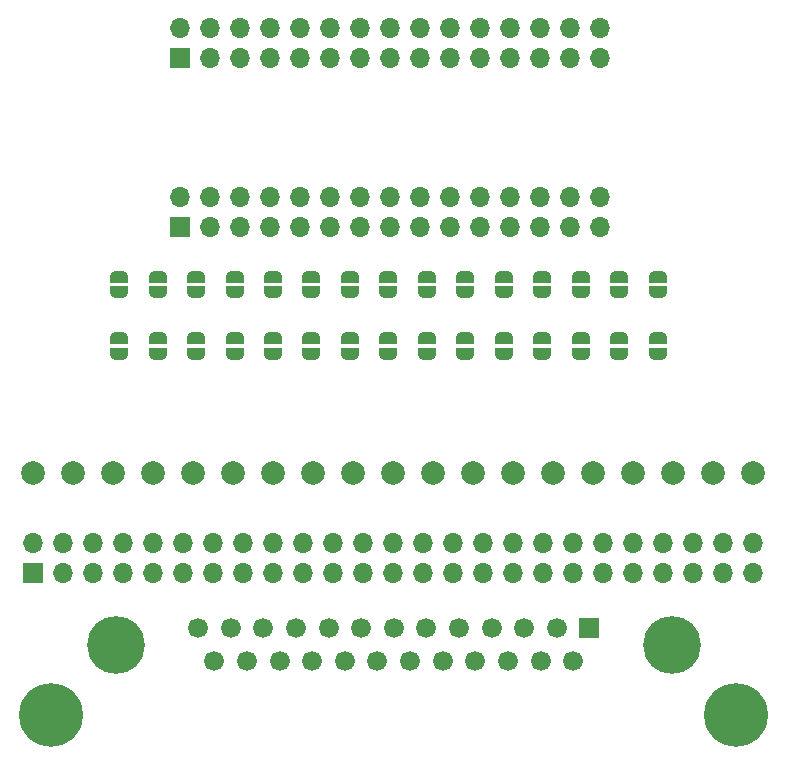
<source format=gbr>
%TF.GenerationSoftware,KiCad,Pcbnew,(5.99.0-9973-gfb99c55869)*%
%TF.CreationDate,2021-03-23T21:14:11-05:00*%
%TF.ProjectId,daisy_chain_board,64616973-795f-4636-9861-696e5f626f61,rev?*%
%TF.SameCoordinates,PX59d60c0PY325aa00*%
%TF.FileFunction,Soldermask,Top*%
%TF.FilePolarity,Negative*%
%FSLAX46Y46*%
G04 Gerber Fmt 4.6, Leading zero omitted, Abs format (unit mm)*
G04 Created by KiCad (PCBNEW (5.99.0-9973-gfb99c55869)) date 2021-03-23 21:14:11*
%MOMM*%
%LPD*%
G01*
G04 APERTURE LIST*
G04 Aperture macros list*
%AMFreePoly0*
4,1,22,0.500000,-0.750000,0.000000,-0.750000,0.000000,-0.745033,-0.079941,-0.743568,-0.215256,-0.701293,-0.333266,-0.622738,-0.424486,-0.514219,-0.481581,-0.384460,-0.499164,-0.250000,-0.500000,-0.250000,-0.500000,0.250000,-0.499164,0.250000,-0.499963,0.256109,-0.478152,0.396186,-0.417904,0.524511,-0.324060,0.630769,-0.204165,0.706417,-0.067858,0.745374,0.000000,0.744959,0.000000,0.750000,
0.500000,0.750000,0.500000,-0.750000,0.500000,-0.750000,$1*%
%AMFreePoly1*
4,1,20,0.000000,0.744959,0.073905,0.744508,0.209726,0.703889,0.328688,0.626782,0.421226,0.519385,0.479903,0.390333,0.500000,0.250000,0.500000,-0.250000,0.499851,-0.262216,0.476331,-0.402017,0.414519,-0.529596,0.319384,-0.634700,0.198574,-0.708877,0.061801,-0.746166,0.000000,-0.745033,0.000000,-0.750000,-0.500000,-0.750000,-0.500000,0.750000,0.000000,0.750000,0.000000,0.744959,
0.000000,0.744959,$1*%
G04 Aperture macros list end*
%ADD10C,0.800000*%
%ADD11C,5.400000*%
%ADD12R,1.680000X1.680000*%
%ADD13C,1.680000*%
%ADD14C,4.890000*%
%ADD15R,1.700000X1.700000*%
%ADD16O,1.700000X1.700000*%
%ADD17C,2.000000*%
%ADD18FreePoly0,270.000000*%
%ADD19FreePoly1,270.000000*%
%ADD20FreePoly0,90.000000*%
%ADD21FreePoly1,90.000000*%
G04 APERTURE END LIST*
D10*
%TO.C,H5*%
X82368109Y-43631891D03*
X83800000Y-44225000D03*
X85825000Y-42200000D03*
X81775000Y-42200000D03*
X83800000Y-40175000D03*
X85231891Y-40768109D03*
D11*
X83800000Y-42200000D03*
D10*
X85231891Y-43631891D03*
X82368109Y-40768109D03*
%TD*%
D11*
%TO.C,H6*%
X141800000Y-42200000D03*
D10*
X143231891Y-40768109D03*
X140368109Y-43631891D03*
X140368109Y-40768109D03*
X143825000Y-42200000D03*
X141800000Y-40175000D03*
X139775000Y-42200000D03*
X143231891Y-43631891D03*
X141800000Y-44225000D03*
%TD*%
D12*
%TO.C,J8*%
X129421600Y-34830000D03*
D13*
X126660600Y-34830000D03*
X123899600Y-34830000D03*
X121138600Y-34830000D03*
X118377600Y-34830000D03*
X115616600Y-34830000D03*
X112855600Y-34830000D03*
X110094600Y-34830000D03*
X107333600Y-34830000D03*
X104572600Y-34830000D03*
X101811600Y-34830000D03*
X99050600Y-34830000D03*
X96288600Y-34830000D03*
X128040600Y-37670000D03*
X125279600Y-37670000D03*
X122518600Y-37670000D03*
X119757600Y-37670000D03*
X116996600Y-37670000D03*
X114235600Y-37670000D03*
X111474600Y-37670000D03*
X108713600Y-37670000D03*
X105952600Y-37670000D03*
X103191600Y-37670000D03*
X100430600Y-37670000D03*
X97669600Y-37670000D03*
D14*
X136381600Y-36250000D03*
X89341600Y-36250000D03*
%TD*%
D15*
%TO.C,J1*%
X94725200Y-895600D03*
D16*
X94725200Y1644400D03*
X97265200Y-895600D03*
X97265200Y1644400D03*
X99805200Y-895600D03*
X99805200Y1644400D03*
X102345200Y-895600D03*
X102345200Y1644400D03*
X104885200Y-895600D03*
X104885200Y1644400D03*
X107425200Y-895600D03*
X107425200Y1644400D03*
X109965200Y-895600D03*
X109965200Y1644400D03*
X112505200Y-895600D03*
X112505200Y1644400D03*
X115045200Y-895600D03*
X115045200Y1644400D03*
X117585200Y-895600D03*
X117585200Y1644400D03*
X120125200Y-895600D03*
X120125200Y1644400D03*
X122665200Y-895600D03*
X122665200Y1644400D03*
X125205200Y-895600D03*
X125205200Y1644400D03*
X127745200Y-895600D03*
X127745200Y1644400D03*
X130285200Y-895600D03*
X130285200Y1644400D03*
%TD*%
D17*
%TO.C,TP1*%
X82266500Y-21700000D03*
%TD*%
%TO.C,TP2*%
X85653166Y-21700000D03*
%TD*%
%TO.C,TP3*%
X89039832Y-21700000D03*
%TD*%
%TO.C,TP4*%
X92426498Y-21700000D03*
%TD*%
%TO.C,TP5*%
X95813164Y-21700000D03*
%TD*%
%TO.C,TP6*%
X99199830Y-21700000D03*
%TD*%
%TO.C,TP7*%
X102586496Y-21700000D03*
%TD*%
%TO.C,TP8*%
X105973162Y-21700000D03*
%TD*%
%TO.C,TP9*%
X109359828Y-21700000D03*
%TD*%
%TO.C,TP10*%
X112746494Y-21700000D03*
%TD*%
%TO.C,TP11*%
X116133160Y-21700000D03*
%TD*%
%TO.C,TP12*%
X119519826Y-21700000D03*
%TD*%
%TO.C,TP13*%
X122906492Y-21700000D03*
%TD*%
%TO.C,TP14*%
X126293158Y-21700000D03*
%TD*%
%TO.C,TP15*%
X129679824Y-21700000D03*
%TD*%
%TO.C,TP16*%
X133066490Y-21700000D03*
%TD*%
%TO.C,TP17*%
X136453156Y-21700000D03*
%TD*%
%TO.C,TP18*%
X139839822Y-21700000D03*
%TD*%
%TO.C,TP19*%
X143226488Y-21700000D03*
%TD*%
D18*
%TO.C,JP22*%
X109142852Y-5100000D03*
D19*
X109142852Y-6400000D03*
%TD*%
D18*
%TO.C,JP19*%
X99371426Y-5100000D03*
D19*
X99371426Y-6400000D03*
%TD*%
D18*
%TO.C,JP29*%
X131942846Y-5100000D03*
D19*
X131942846Y-6400000D03*
%TD*%
D18*
%TO.C,JP18*%
X96114284Y-5100000D03*
D19*
X96114284Y-6400000D03*
%TD*%
D18*
%TO.C,JP17*%
X92857142Y-5100000D03*
D19*
X92857142Y-6400000D03*
%TD*%
D20*
%TO.C,JP14*%
X131942846Y-11625001D03*
D21*
X131942846Y-10325001D03*
%TD*%
D18*
%TO.C,JP21*%
X105885710Y-5100000D03*
D19*
X105885710Y-6400000D03*
%TD*%
D20*
%TO.C,JP11*%
X122171420Y-11625001D03*
D21*
X122171420Y-10325001D03*
%TD*%
D20*
%TO.C,JP9*%
X115657136Y-11625001D03*
D21*
X115657136Y-10325001D03*
%TD*%
D18*
%TO.C,JP28*%
X128685704Y-5100000D03*
D19*
X128685704Y-6400000D03*
%TD*%
D18*
%TO.C,JP25*%
X118914278Y-5100000D03*
D19*
X118914278Y-6400000D03*
%TD*%
D20*
%TO.C,JP8*%
X112399994Y-11625001D03*
D21*
X112399994Y-10325001D03*
%TD*%
D18*
%TO.C,JP24*%
X115657136Y-5100000D03*
D19*
X115657136Y-6400000D03*
%TD*%
D20*
%TO.C,JP7*%
X109142852Y-11625001D03*
D21*
X109142852Y-10325001D03*
%TD*%
D20*
%TO.C,JP6*%
X105885710Y-11625001D03*
D21*
X105885710Y-10325001D03*
%TD*%
D20*
%TO.C,JP3*%
X96114284Y-11625001D03*
D21*
X96114284Y-10325001D03*
%TD*%
D20*
%TO.C,JP2*%
X92857142Y-11625001D03*
D21*
X92857142Y-10325001D03*
%TD*%
D20*
%TO.C,JP4*%
X99371426Y-11625001D03*
D21*
X99371426Y-10325001D03*
%TD*%
D18*
%TO.C,JP20*%
X102628568Y-5100000D03*
D19*
X102628568Y-6400000D03*
%TD*%
D18*
%TO.C,JP16*%
X89600000Y-5100000D03*
D19*
X89600000Y-6400000D03*
%TD*%
D20*
%TO.C,JP10*%
X118914278Y-11625001D03*
D21*
X118914278Y-10325001D03*
%TD*%
D20*
%TO.C,JP5*%
X102628568Y-11625001D03*
D21*
X102628568Y-10325001D03*
%TD*%
D20*
%TO.C,JP12*%
X125428562Y-11625001D03*
D21*
X125428562Y-10325001D03*
%TD*%
D20*
%TO.C,JP13*%
X128685704Y-11625001D03*
D21*
X128685704Y-10325001D03*
%TD*%
D18*
%TO.C,JP27*%
X125428562Y-5100000D03*
D19*
X125428562Y-6400000D03*
%TD*%
D18*
%TO.C,JP23*%
X112399994Y-5100000D03*
D19*
X112399994Y-6400000D03*
%TD*%
D20*
%TO.C,JP15*%
X135200000Y-11625001D03*
D21*
X135200000Y-10325001D03*
%TD*%
D20*
%TO.C,JP1*%
X89600000Y-11625001D03*
D21*
X89600000Y-10325001D03*
%TD*%
D18*
%TO.C,JP26*%
X122171420Y-5100000D03*
D19*
X122171420Y-6400000D03*
%TD*%
D18*
%TO.C,JP30*%
X135200000Y-5100000D03*
D19*
X135200000Y-6400000D03*
%TD*%
D15*
%TO.C,J2*%
X94725200Y13445600D03*
D16*
X94725200Y15985600D03*
X97265200Y13445600D03*
X97265200Y15985600D03*
X99805200Y13445600D03*
X99805200Y15985600D03*
X102345200Y13445600D03*
X102345200Y15985600D03*
X104885200Y13445600D03*
X104885200Y15985600D03*
X107425200Y13445600D03*
X107425200Y15985600D03*
X109965200Y13445600D03*
X109965200Y15985600D03*
X112505200Y13445600D03*
X112505200Y15985600D03*
X115045200Y13445600D03*
X115045200Y15985600D03*
X117585200Y13445600D03*
X117585200Y15985600D03*
X120125200Y13445600D03*
X120125200Y15985600D03*
X122665200Y13445600D03*
X122665200Y15985600D03*
X125205200Y13445600D03*
X125205200Y15985600D03*
X127745200Y13445600D03*
X127745200Y15985600D03*
X130285200Y13445600D03*
X130285200Y15985600D03*
%TD*%
D15*
%TO.C,J7*%
X82266500Y-30194500D03*
D16*
X82266500Y-27654500D03*
X84806500Y-30194500D03*
X84806500Y-27654500D03*
X87346500Y-30194500D03*
X87346500Y-27654500D03*
X89886500Y-30194500D03*
X89886500Y-27654500D03*
X92426500Y-30194500D03*
X92426500Y-27654500D03*
X94966500Y-30194500D03*
X94966500Y-27654500D03*
X97506500Y-30194500D03*
X97506500Y-27654500D03*
X100046500Y-30194500D03*
X100046500Y-27654500D03*
X102586500Y-30194500D03*
X102586500Y-27654500D03*
X105126500Y-30194500D03*
X105126500Y-27654500D03*
X107666500Y-30194500D03*
X107666500Y-27654500D03*
X110206500Y-30194500D03*
X110206500Y-27654500D03*
X112746500Y-30194500D03*
X112746500Y-27654500D03*
X115286500Y-30194500D03*
X115286500Y-27654500D03*
X117826500Y-30194500D03*
X117826500Y-27654500D03*
X120366500Y-30194500D03*
X120366500Y-27654500D03*
X122906500Y-30194500D03*
X122906500Y-27654500D03*
X125446500Y-30194500D03*
X125446500Y-27654500D03*
X127986500Y-30194500D03*
X127986500Y-27654500D03*
X130526500Y-30194500D03*
X130526500Y-27654500D03*
X133066500Y-30194500D03*
X133066500Y-27654500D03*
X135606500Y-30194500D03*
X135606500Y-27654500D03*
X138146500Y-30194500D03*
X138146500Y-27654500D03*
X140686500Y-30194500D03*
X140686500Y-27654500D03*
X143226500Y-30194500D03*
X143226500Y-27654500D03*
%TD*%
M02*

</source>
